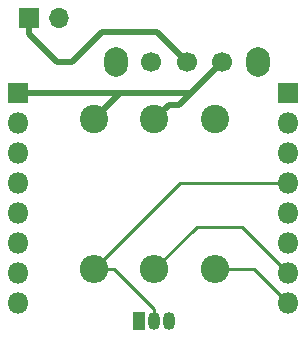
<source format=gbr>
%TF.GenerationSoftware,KiCad,Pcbnew,5.1.5*%
%TF.CreationDate,2020-11-01T11:17:01+00:00*%
%TF.ProjectId,board,626f6172-642e-46b6-9963-61645f706362,rev?*%
%TF.SameCoordinates,Original*%
%TF.FileFunction,Copper,L1,Top*%
%TF.FilePolarity,Positive*%
%FSLAX46Y46*%
G04 Gerber Fmt 4.6, Leading zero omitted, Abs format (unit mm)*
G04 Created by KiCad (PCBNEW 5.1.5) date 2020-11-01 11:17:01*
%MOMM*%
%LPD*%
G04 APERTURE LIST*
%TA.AperFunction,ComponentPad*%
%ADD10C,1.700000*%
%TD*%
%TA.AperFunction,ComponentPad*%
%ADD11O,2.000000X2.500000*%
%TD*%
%TA.AperFunction,ComponentPad*%
%ADD12C,2.400000*%
%TD*%
%TA.AperFunction,ComponentPad*%
%ADD13O,2.400000X2.400000*%
%TD*%
%TA.AperFunction,ComponentPad*%
%ADD14R,1.800000X1.800000*%
%TD*%
%TA.AperFunction,ComponentPad*%
%ADD15O,1.800000X1.800000*%
%TD*%
%TA.AperFunction,ComponentPad*%
%ADD16O,1.700000X1.700000*%
%TD*%
%TA.AperFunction,ComponentPad*%
%ADD17R,1.700000X1.700000*%
%TD*%
%TA.AperFunction,ComponentPad*%
%ADD18O,1.050000X1.500000*%
%TD*%
%TA.AperFunction,ComponentPad*%
%ADD19R,1.050000X1.500000*%
%TD*%
%TA.AperFunction,Conductor*%
%ADD20C,0.250000*%
%TD*%
%TA.AperFunction,Conductor*%
%ADD21C,0.500000*%
%TD*%
G04 APERTURE END LIST*
D10*
%TO.P,SW1,1*%
%TO.N,+5V*%
X144780000Y-91440000D03*
%TO.P,SW1,2*%
%TO.N,+OUT*%
X141780000Y-91440000D03*
%TO.P,SW1,3*%
%TO.N,Net-(SW1-Pad3)*%
X138780000Y-91440000D03*
D11*
%TO.P,SW1,*%
%TO.N,*%
X147780000Y-91440000D03*
X135780000Y-91440000D03*
%TD*%
D12*
%TO.P,R2,1*%
%TO.N,+5V*%
X139044999Y-96265001D03*
D13*
%TO.P,R2,2*%
%TO.N,A0*%
X139044999Y-108965001D03*
%TD*%
D14*
%TO.P,P2,1*%
%TO.N,/+3.3V*%
X150350000Y-94050000D03*
D15*
%TO.P,P2,2*%
%TO.N,/D8*%
X150350000Y-96590000D03*
%TO.P,P2,3*%
%TO.N,/D7*%
X150350000Y-99130000D03*
%TO.P,P2,4*%
%TO.N,D6*%
X150350000Y-101670000D03*
%TO.P,P2,5*%
%TO.N,/D5*%
X150350000Y-104210000D03*
%TO.P,P2,6*%
%TO.N,D0*%
X150350000Y-106750000D03*
%TO.P,P2,7*%
%TO.N,A0*%
X150350000Y-109290000D03*
%TO.P,P2,8*%
%TO.N,RST*%
X150350000Y-111830000D03*
%TD*%
D16*
%TO.P,J1,2*%
%TO.N,-IN*%
X130980000Y-87730000D03*
D17*
%TO.P,J1,1*%
%TO.N,+OUT*%
X128440000Y-87730000D03*
%TD*%
D18*
%TO.P,U1,2*%
%TO.N,D6*%
X138970000Y-113360000D03*
%TO.P,U1,3*%
%TO.N,+5V*%
X140240000Y-113360000D03*
D19*
%TO.P,U1,1*%
%TO.N,-IN*%
X137700000Y-113360000D03*
%TD*%
D14*
%TO.P,P1,1*%
%TO.N,+5V*%
X127490000Y-94050000D03*
D15*
%TO.P,P1,2*%
%TO.N,-IN*%
X127490000Y-96590000D03*
%TO.P,P1,3*%
%TO.N,/D4*%
X127490000Y-99130000D03*
%TO.P,P1,4*%
%TO.N,/D3*%
X127490000Y-101670000D03*
%TO.P,P1,5*%
%TO.N,/D2*%
X127490000Y-104210000D03*
%TO.P,P1,6*%
%TO.N,/D1*%
X127490000Y-106750000D03*
%TO.P,P1,7*%
%TO.N,/RX*%
X127490000Y-109290000D03*
%TO.P,P1,8*%
%TO.N,/TX*%
X127490000Y-111830000D03*
%TD*%
D12*
%TO.P,R1,1*%
%TO.N,D0*%
X144194999Y-96265001D03*
D13*
%TO.P,R1,2*%
%TO.N,RST*%
X144194999Y-108965001D03*
%TD*%
D12*
%TO.P,R3,1*%
%TO.N,+5V*%
X133894999Y-96265001D03*
D13*
%TO.P,R3,2*%
%TO.N,D6*%
X133894999Y-108965001D03*
%TD*%
D20*
%TO.N,+OUT*%
X128440000Y-87730000D02*
X128440000Y-88070000D01*
D21*
X128440000Y-89080000D02*
X130800000Y-91440000D01*
X128440000Y-87730000D02*
X128440000Y-89080000D01*
X130800000Y-91440000D02*
X132080000Y-91440000D01*
X132080000Y-91440000D02*
X134620000Y-88900000D01*
X139240000Y-88900000D02*
X141780000Y-91440000D01*
X134620000Y-88900000D02*
X139240000Y-88900000D01*
D20*
%TO.N,+5V*%
X139044999Y-96265001D02*
X139044999Y-95144999D01*
D21*
X142170000Y-94050000D02*
X144780000Y-91440000D01*
X140244998Y-95065002D02*
X141154998Y-95065002D01*
X139044999Y-96265001D02*
X140244998Y-95065002D01*
X141154998Y-95065002D02*
X142240000Y-93980000D01*
X136110000Y-94050000D02*
X133894999Y-96265001D01*
D20*
X138360000Y-94050000D02*
X136110000Y-94050000D01*
D21*
X127490000Y-94050000D02*
X138360000Y-94050000D01*
X138360000Y-94050000D02*
X142170000Y-94050000D01*
D20*
%TO.N,D6*%
X138970000Y-112342946D02*
X138970000Y-113360000D01*
X135592055Y-108965001D02*
X138970000Y-112342946D01*
X133894999Y-108965001D02*
X135592055Y-108965001D01*
X133894999Y-108965001D02*
X141220000Y-101640000D01*
X150320000Y-101640000D02*
X150350000Y-101670000D01*
X141220000Y-101640000D02*
X150320000Y-101640000D01*
%TO.N,A0*%
X139044999Y-108965001D02*
X142650000Y-105360000D01*
X146420000Y-105360000D02*
X150350000Y-109290000D01*
X142650000Y-105360000D02*
X146420000Y-105360000D01*
%TO.N,RST*%
X147485001Y-108965001D02*
X150350000Y-111830000D01*
X144194999Y-108965001D02*
X147485001Y-108965001D01*
%TD*%
M02*

</source>
